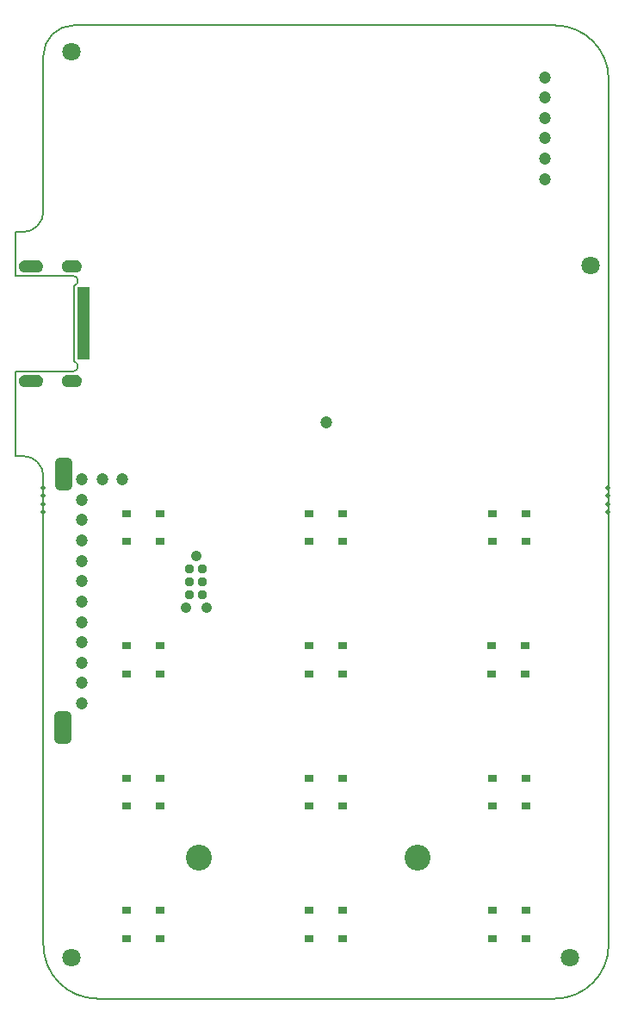
<source format=gbs>
G04 Layer_Color=16711935*
%FSLAX44Y44*%
%MOMM*%
G71*
G01*
G75*
%ADD50C,0.2000*%
%ADD75C,0.0000*%
%ADD79C,0.5000*%
%ADD144C,1.8000*%
%ADD180C,1.0500*%
%ADD181C,0.1500*%
%ADD182O,2.3500X1.1500*%
%ADD183O,1.9500X1.1500*%
%ADD184C,2.5500*%
%ADD185R,1.3000X7.2000*%
%ADD186R,0.8500X0.8000*%
%ADD187C,0.9500*%
G04:AMPARAMS|DCode=188|XSize=3.2032mm|YSize=1.7032mm|CornerRadius=0.4766mm|HoleSize=0mm|Usage=FLASHONLY|Rotation=90.000|XOffset=0mm|YOffset=0mm|HoleType=Round|Shape=RoundedRectangle|*
%AMROUNDEDRECTD188*
21,1,3.2032,0.7500,0,0,90.0*
21,1,2.2500,1.7032,0,0,90.0*
1,1,0.9532,0.3750,1.1250*
1,1,0.9532,0.3750,-1.1250*
1,1,0.9532,-0.3750,-1.1250*
1,1,0.9532,-0.3750,1.1250*
%
%ADD188ROUNDEDRECTD188*%
%ADD189C,1.2000*%
%ADD190R,1.2501X0.7500*%
%ADD191R,1.2501X0.4500*%
G36*
X57427Y601928D02*
X59128Y600226D01*
X60049Y598003D01*
Y596800D01*
Y595597D01*
X59128Y593373D01*
X57427Y591672D01*
X55204Y590751D01*
X44796D01*
X42573Y591672D01*
X40871Y593373D01*
X39950Y595597D01*
Y596800D01*
Y598003D01*
X40871Y600226D01*
X42573Y601928D01*
X44796Y602849D01*
X55204D01*
X57427Y601928D01*
D02*
G37*
G36*
X19426D02*
X21128Y600226D01*
X22048Y598003D01*
Y596800D01*
Y595597D01*
X21128Y593373D01*
X19426Y591672D01*
X17203Y590751D01*
X2797D01*
X574Y591672D01*
X-1128Y593373D01*
X-2049Y595597D01*
Y596800D01*
Y598003D01*
X-1128Y600226D01*
X574Y601928D01*
X2797Y602849D01*
X17203D01*
X19426Y601928D01*
D02*
G37*
G36*
X57427Y714328D02*
X59128Y712626D01*
X60049Y710403D01*
Y709200D01*
Y707997D01*
X59128Y705773D01*
X57427Y704072D01*
X55204Y703151D01*
X44796D01*
X42573Y704072D01*
X40871Y705773D01*
X39950Y707997D01*
Y709200D01*
Y710403D01*
X40871Y712626D01*
X42573Y714328D01*
X44796Y715249D01*
X55204D01*
X57427Y714328D01*
D02*
G37*
G36*
X19426D02*
X21128Y712626D01*
X22048Y710403D01*
Y709200D01*
Y707997D01*
X21128Y705773D01*
X19426Y704072D01*
X17203Y703151D01*
X2797D01*
X574Y704072D01*
X-1128Y705773D01*
X-2049Y707997D01*
Y709200D01*
Y710403D01*
X-1128Y712626D01*
X574Y714328D01*
X2797Y715249D01*
X17203D01*
X19426Y714328D01*
D02*
G37*
D50*
X22001Y503001D02*
G03*
X2001Y523001I-20000J0D01*
G01*
X22001Y43000D02*
G03*
X75000Y-10000I53000J0D01*
G01*
X524999D02*
G03*
X577999Y43000I0J53000D01*
G01*
Y893000D02*
G03*
X524999Y946000I-53000J0D01*
G01*
X52000D02*
G03*
X22001Y916000I0J-30000D01*
G01*
X2001Y743001D02*
G03*
X22001Y763001I0J20000D01*
G01*
X51000Y606000D02*
G03*
X52039Y615891I0J5000D01*
G01*
X51997Y690100D02*
G03*
X51000Y700000I-997J4900D01*
G01*
X-5001Y605801D02*
X51000D01*
X-5001Y523001D02*
Y605801D01*
X52000Y615900D02*
Y690100D01*
X-5000Y700000D02*
X51000D01*
X-5001Y700001D02*
Y743001D01*
X577999Y43000D02*
Y893000D01*
X52000Y946000D02*
X524999D01*
X22001Y763001D02*
Y916000D01*
X-5000Y743001D02*
X2000D01*
X-5000Y523001D02*
X2001D01*
X22001Y43000D02*
Y503001D01*
X75000Y-10000D02*
X524999D01*
D75*
X15999Y593800D02*
G03*
X18999Y596800I0J3000D01*
G01*
D02*
G03*
X15999Y599800I-3000J0D01*
G01*
X4001D02*
G03*
X1001Y596800I0J-3000D01*
G01*
D02*
G03*
X4001Y593800I3000J0D01*
G01*
X54000Y706200D02*
G03*
X57000Y709200I0J3000D01*
G01*
D02*
G03*
X54000Y712200I-3000J0D01*
G01*
X45999D02*
G03*
X43000Y709200I0J-3000D01*
G01*
D02*
G03*
X45999Y706200I3000J0D01*
G01*
X54000Y593800D02*
G03*
X57000Y596800I0J3000D01*
G01*
D02*
G03*
X54000Y599800I-3000J0D01*
G01*
X45999D02*
G03*
X43000Y596800I0J-3000D01*
G01*
D02*
G03*
X45999Y593800I3000J0D01*
G01*
X15999Y706200D02*
G03*
X18999Y709200I0J3000D01*
G01*
D02*
G03*
X15999Y712200I-3000J0D01*
G01*
X4001D02*
G03*
X1001Y709200I0J-3000D01*
G01*
D02*
G03*
X4001Y706200I3000J0D01*
G01*
Y599800D02*
X15999D01*
X4001Y593800D02*
X15999D01*
X45999Y712200D02*
X54000D01*
X45999Y706200D02*
X54000D01*
X45999Y599800D02*
X54000D01*
X45999Y593800D02*
X54000D01*
X4001Y712200D02*
X15999D01*
X4001Y706200D02*
X15999D01*
D79*
X577000Y492000D02*
D03*
Y484000D02*
D03*
Y476000D02*
D03*
Y468000D02*
D03*
X22000D02*
D03*
Y476000D02*
D03*
Y484000D02*
D03*
Y492000D02*
D03*
D144*
X540000Y30000D02*
D03*
X49998Y920000D02*
D03*
Y30000D02*
D03*
X560000Y710000D02*
D03*
D180*
X172000Y425000D02*
D03*
X161840Y374200D02*
D03*
X182160D02*
D03*
D181*
X529970Y111200D02*
D03*
X115000Y836200D02*
D03*
X464000Y593000D02*
D03*
D182*
X10000Y596800D02*
D03*
Y709200D02*
D03*
D183*
X50000D02*
D03*
Y596800D02*
D03*
D184*
X174970Y128600D02*
D03*
X389970D02*
D03*
D185*
X61500Y653000D02*
D03*
D186*
X463499Y76691D02*
D03*
X496499D02*
D03*
Y49191D02*
D03*
X463499D02*
D03*
X316499Y49191D02*
D03*
X283499D02*
D03*
Y76691D02*
D03*
X316499D02*
D03*
X136500Y49191D02*
D03*
X103500D02*
D03*
Y76691D02*
D03*
X136500D02*
D03*
X136500Y179190D02*
D03*
X103500D02*
D03*
Y206690D02*
D03*
X136500D02*
D03*
X316500Y179190D02*
D03*
X283500D02*
D03*
Y206690D02*
D03*
X316500D02*
D03*
X496701Y179190D02*
D03*
X463701D02*
D03*
Y206690D02*
D03*
X496701D02*
D03*
X462500Y336690D02*
D03*
X495500D02*
D03*
Y309190D02*
D03*
X462500D02*
D03*
X316500Y309190D02*
D03*
X283500D02*
D03*
Y336690D02*
D03*
X316500D02*
D03*
X136500Y309190D02*
D03*
X103500D02*
D03*
Y336690D02*
D03*
X136500D02*
D03*
X463500Y466690D02*
D03*
X496500D02*
D03*
Y439190D02*
D03*
X463500D02*
D03*
X283500Y466690D02*
D03*
X316500D02*
D03*
Y439190D02*
D03*
X283500D02*
D03*
X136500Y439190D02*
D03*
X103500D02*
D03*
Y466690D02*
D03*
X136500D02*
D03*
D187*
X165650Y399600D02*
D03*
X178350Y386900D02*
D03*
X178350Y399600D02*
D03*
X165650Y412300D02*
D03*
X178350D02*
D03*
X165650Y386900D02*
D03*
D188*
X41000Y256000D02*
D03*
X42000Y505000D02*
D03*
D189*
X515000Y875000D02*
D03*
Y855000D02*
D03*
Y895000D02*
D03*
X60000Y280000D02*
D03*
X515000Y835000D02*
D03*
X60000Y460000D02*
D03*
Y340000D02*
D03*
Y360000D02*
D03*
Y420000D02*
D03*
Y440000D02*
D03*
Y380000D02*
D03*
Y400000D02*
D03*
Y300000D02*
D03*
X515000Y795000D02*
D03*
X60000Y320000D02*
D03*
X515000Y815000D02*
D03*
X60000Y500000D02*
D03*
Y480000D02*
D03*
X100000Y500000D02*
D03*
X80000D02*
D03*
X300000Y556000D02*
D03*
D190*
X61501Y621001D02*
D03*
Y628999D02*
D03*
Y677000D02*
D03*
Y684999D02*
D03*
D191*
Y635499D02*
D03*
Y640501D02*
D03*
Y645499D02*
D03*
Y650501D02*
D03*
Y655499D02*
D03*
Y660501D02*
D03*
Y665499D02*
D03*
Y670501D02*
D03*
M02*

</source>
